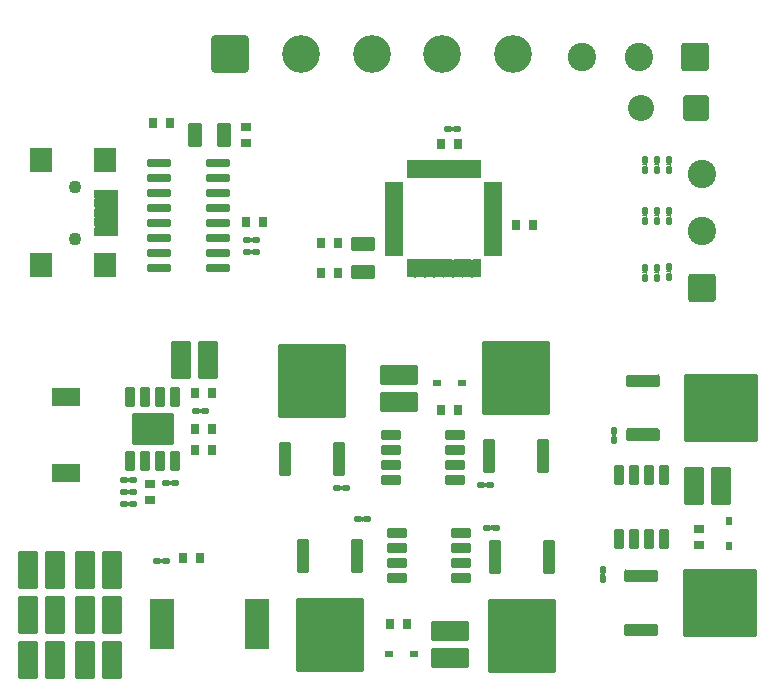
<source format=gbr>
%TF.GenerationSoftware,KiCad,Pcbnew,(6.0.10)*%
%TF.CreationDate,2023-01-31T23:24:51+03:00*%
%TF.ProjectId,001_ESC,3030315f-4553-4432-9e6b-696361645f70,rev?*%
%TF.SameCoordinates,Original*%
%TF.FileFunction,Soldermask,Top*%
%TF.FilePolarity,Negative*%
%FSLAX46Y46*%
G04 Gerber Fmt 4.6, Leading zero omitted, Abs format (unit mm)*
G04 Created by KiCad (PCBNEW (6.0.10)) date 2023-01-31 23:24:51*
%MOMM*%
%LPD*%
G01*
G04 APERTURE LIST*
G04 Aperture macros list*
%AMRoundRect*
0 Rectangle with rounded corners*
0 $1 Rounding radius*
0 $2 $3 $4 $5 $6 $7 $8 $9 X,Y pos of 4 corners*
0 Add a 4 corners polygon primitive as box body*
4,1,4,$2,$3,$4,$5,$6,$7,$8,$9,$2,$3,0*
0 Add four circle primitives for the rounded corners*
1,1,$1+$1,$2,$3*
1,1,$1+$1,$4,$5*
1,1,$1+$1,$6,$7*
1,1,$1+$1,$8,$9*
0 Add four rect primitives between the rounded corners*
20,1,$1+$1,$2,$3,$4,$5,0*
20,1,$1+$1,$4,$5,$6,$7,0*
20,1,$1+$1,$6,$7,$8,$9,0*
20,1,$1+$1,$8,$9,$2,$3,0*%
G04 Aperture macros list end*
%ADD10RoundRect,0.167200X-1.298600X-0.368600X1.298600X-0.368600X1.298600X0.368600X-1.298600X0.368600X0*%
%ADD11RoundRect,0.050800X-3.050000X-2.815000X3.050000X-2.815000X3.050000X2.815000X-3.050000X2.815000X0*%
%ADD12RoundRect,0.167200X-0.368600X1.298600X-0.368600X-1.298600X0.368600X-1.298600X0.368600X1.298600X0*%
%ADD13RoundRect,0.050800X-2.815000X3.050000X-2.815000X-3.050000X2.815000X-3.050000X2.815000X3.050000X0*%
%ADD14RoundRect,0.167200X0.368600X-1.298600X0.368600X1.298600X-0.368600X1.298600X-0.368600X-1.298600X0*%
%ADD15RoundRect,0.050800X2.815000X-3.050000X2.815000X3.050000X-2.815000X3.050000X-2.815000X-3.050000X0*%
%ADD16RoundRect,0.200800X0.825000X0.150000X-0.825000X0.150000X-0.825000X-0.150000X0.825000X-0.150000X0*%
%ADD17RoundRect,0.050800X0.760000X1.525000X-0.760000X1.525000X-0.760000X-1.525000X0.760000X-1.525000X0*%
%ADD18RoundRect,0.150800X-0.100000X0.217500X-0.100000X-0.217500X0.100000X-0.217500X0.100000X0.217500X0*%
%ADD19RoundRect,0.050800X0.300000X0.400000X-0.300000X0.400000X-0.300000X-0.400000X0.300000X-0.400000X0*%
%ADD20RoundRect,0.050800X-0.300000X-0.400000X0.300000X-0.400000X0.300000X0.400000X-0.300000X0.400000X0*%
%ADD21RoundRect,0.050800X1.525000X-0.760000X1.525000X0.760000X-1.525000X0.760000X-1.525000X-0.760000X0*%
%ADD22RoundRect,0.300801X0.899999X0.899999X-0.899999X0.899999X-0.899999X-0.899999X0.899999X-0.899999X0*%
%ADD23C,2.401600*%
%ADD24RoundRect,0.050800X-0.350000X-0.762500X0.350000X-0.762500X0.350000X0.762500X-0.350000X0.762500X0*%
%ADD25RoundRect,0.050800X-1.000000X-2.100000X1.000000X-2.100000X1.000000X2.100000X-1.000000X2.100000X0*%
%ADD26RoundRect,0.050800X-0.300000X-0.225000X0.300000X-0.225000X0.300000X0.225000X-0.300000X0.225000X0*%
%ADD27RoundRect,0.050800X-0.750000X-0.275000X0.750000X-0.275000X0.750000X0.275000X-0.750000X0.275000X0*%
%ADD28RoundRect,0.050800X-0.275000X-0.750000X0.275000X-0.750000X0.275000X0.750000X-0.275000X0.750000X0*%
%ADD29RoundRect,0.050800X0.225000X-0.300000X0.225000X0.300000X-0.225000X0.300000X-0.225000X-0.300000X0*%
%ADD30RoundRect,0.150800X0.217500X0.100000X-0.217500X0.100000X-0.217500X-0.100000X0.217500X-0.100000X0*%
%ADD31RoundRect,0.050800X-0.760000X-1.525000X0.760000X-1.525000X0.760000X1.525000X-0.760000X1.525000X0*%
%ADD32RoundRect,0.150800X-0.217500X-0.100000X0.217500X-0.100000X0.217500X0.100000X-0.217500X0.100000X0*%
%ADD33RoundRect,0.150800X0.100000X-0.217500X0.100000X0.217500X-0.100000X0.217500X-0.100000X-0.217500X0*%
%ADD34RoundRect,0.050800X0.762500X-0.350000X0.762500X0.350000X-0.762500X0.350000X-0.762500X-0.350000X0*%
%ADD35C,1.101600*%
%ADD36RoundRect,0.050800X-1.000000X0.250000X-1.000000X-0.250000X1.000000X-0.250000X1.000000X0.250000X0*%
%ADD37RoundRect,0.050800X-0.850000X1.000000X-0.850000X-1.000000X0.850000X-1.000000X0.850000X1.000000X0*%
%ADD38RoundRect,0.050800X-0.950000X0.550000X-0.950000X-0.550000X0.950000X-0.550000X0.950000X0.550000X0*%
%ADD39RoundRect,0.050800X0.400000X-0.300000X0.400000X0.300000X-0.400000X0.300000X-0.400000X-0.300000X0*%
%ADD40RoundRect,0.050800X-1.525000X0.760000X-1.525000X-0.760000X1.525000X-0.760000X1.525000X0.760000X0*%
%ADD41RoundRect,0.050800X-0.762500X0.350000X-0.762500X-0.350000X0.762500X-0.350000X0.762500X0.350000X0*%
%ADD42RoundRect,0.050800X-1.725000X1.280000X-1.725000X-1.280000X1.725000X-1.280000X1.725000X1.280000X0*%
%ADD43RoundRect,0.050800X-0.550000X-0.950000X0.550000X-0.950000X0.550000X0.950000X-0.550000X0.950000X0*%
%ADD44RoundRect,0.050800X0.300000X0.225000X-0.300000X0.225000X-0.300000X-0.225000X0.300000X-0.225000X0*%
%ADD45RoundRect,0.300801X0.799999X0.799999X-0.799999X0.799999X-0.799999X-0.799999X0.799999X-0.799999X0*%
%ADD46C,2.201600*%
%ADD47RoundRect,0.050800X-0.400000X0.300000X-0.400000X-0.300000X0.400000X-0.300000X0.400000X0.300000X0*%
%ADD48RoundRect,0.300801X0.899999X-0.899999X0.899999X0.899999X-0.899999X0.899999X-0.899999X-0.899999X0*%
%ADD49RoundRect,0.050800X1.100000X-0.750000X1.100000X0.750000X-1.100000X0.750000X-1.100000X-0.750000X0*%
%ADD50RoundRect,0.300799X-1.300001X-1.300001X1.300001X-1.300001X1.300001X1.300001X-1.300001X1.300001X0*%
%ADD51C,3.201600*%
G04 APERTURE END LIST*
D10*
%TO.C,Q6*%
X165562000Y-119122000D03*
X165562000Y-123702000D03*
D11*
X172212000Y-121412000D03*
%TD*%
D10*
%TO.C,Q5*%
X165692000Y-102608000D03*
X165692000Y-107188000D03*
D11*
X172342000Y-104898000D03*
%TD*%
D12*
%TO.C,Q4*%
X141482000Y-117462000D03*
X136902000Y-117462000D03*
D13*
X139192000Y-124112000D03*
%TD*%
D12*
%TO.C,Q3*%
X157738000Y-117556000D03*
X153158000Y-117556000D03*
D13*
X155448000Y-124206000D03*
%TD*%
D14*
%TO.C,Q2*%
X152650000Y-109012000D03*
X157230000Y-109012000D03*
D15*
X154940000Y-102362000D03*
%TD*%
D14*
%TO.C,Q1*%
X135378000Y-109266000D03*
X139958000Y-109266000D03*
D15*
X137668000Y-102616000D03*
%TD*%
D16*
%TO.C,U1*%
X129729000Y-93091000D03*
X129729000Y-91821000D03*
X129729000Y-90551000D03*
X129729000Y-89281000D03*
X129729000Y-88011000D03*
X129729000Y-86741000D03*
X129729000Y-85471000D03*
X129729000Y-84201000D03*
X124779000Y-84201000D03*
X124779000Y-85471000D03*
X124779000Y-86741000D03*
X124779000Y-88011000D03*
X124779000Y-89281000D03*
X124779000Y-90551000D03*
X124779000Y-91821000D03*
X124779000Y-93091000D03*
%TD*%
D17*
%TO.C,C8*%
X115953000Y-126238000D03*
X113663000Y-126238000D03*
%TD*%
D18*
%TO.C,R11*%
X165862000Y-88238500D03*
X165862000Y-89053500D03*
%TD*%
D19*
%TO.C,C14*%
X156402000Y-89408000D03*
X155002000Y-89408000D03*
%TD*%
D20*
%TO.C,C13*%
X138492000Y-93472000D03*
X139892000Y-93472000D03*
%TD*%
D21*
%TO.C,C16*%
X145034000Y-104445000D03*
X145034000Y-102155000D03*
%TD*%
D22*
%TO.C,J3*%
X170154000Y-75184000D03*
D23*
X165354000Y-75184000D03*
X160554000Y-75184000D03*
%TD*%
D24*
%TO.C,IC4*%
X167467000Y-110568000D03*
X166197000Y-110568000D03*
X164927000Y-110568000D03*
X163657000Y-110568000D03*
X163657000Y-115992000D03*
X164927000Y-115992000D03*
X166197000Y-115992000D03*
X167467000Y-115992000D03*
%TD*%
D25*
%TO.C,BZ1*%
X125032000Y-123190000D03*
X133032000Y-123190000D03*
%TD*%
D18*
%TO.C,R12*%
X165862000Y-93064500D03*
X165862000Y-93879500D03*
%TD*%
D20*
%TO.C,C12*%
X148652000Y-82550000D03*
X150052000Y-82550000D03*
%TD*%
D26*
%TO.C,D4*%
X144238000Y-125730000D03*
X146338000Y-125730000D03*
%TD*%
D27*
%TO.C,U2*%
X144644000Y-86100000D03*
X144644000Y-86900000D03*
X144644000Y-87700000D03*
X144644000Y-88500000D03*
X144644000Y-89300000D03*
X144644000Y-90100000D03*
X144644000Y-90900000D03*
X144644000Y-91700000D03*
D28*
X146044000Y-93100000D03*
X146844000Y-93100000D03*
X147644000Y-93100000D03*
X148444000Y-93100000D03*
X149244000Y-93100000D03*
X150044000Y-93100000D03*
X150844000Y-93100000D03*
X151644000Y-93100000D03*
D27*
X153044000Y-91700000D03*
X153044000Y-90900000D03*
X153044000Y-90100000D03*
X153044000Y-89300000D03*
X153044000Y-88500000D03*
X153044000Y-87700000D03*
X153044000Y-86900000D03*
X153044000Y-86100000D03*
D28*
X151644000Y-84700000D03*
X150844000Y-84700000D03*
X150044000Y-84700000D03*
X149244000Y-84700000D03*
X148444000Y-84700000D03*
X147644000Y-84700000D03*
X146844000Y-84700000D03*
X146044000Y-84700000D03*
%TD*%
D29*
%TO.C,D5*%
X173020000Y-116586000D03*
X173020000Y-114486000D03*
%TD*%
D30*
%TO.C,R8*%
X132995500Y-90678000D03*
X132180500Y-90678000D03*
%TD*%
D20*
%TO.C,C18*%
X144334000Y-123190000D03*
X145734000Y-123190000D03*
%TD*%
D30*
%TO.C,R16*%
X140615500Y-111682000D03*
X139800500Y-111682000D03*
%TD*%
D31*
%TO.C,C20*%
X170005000Y-111502000D03*
X172295000Y-111502000D03*
%TD*%
%TO.C,C6*%
X118489000Y-122428000D03*
X120779000Y-122428000D03*
%TD*%
D32*
%TO.C,R4*%
X121766500Y-110998000D03*
X122581500Y-110998000D03*
%TD*%
D17*
%TO.C,C10*%
X115953000Y-118618000D03*
X113663000Y-118618000D03*
%TD*%
D18*
%TO.C,R10*%
X165862000Y-83920500D03*
X165862000Y-84735500D03*
%TD*%
D31*
%TO.C,C2*%
X126617000Y-100838000D03*
X128907000Y-100838000D03*
%TD*%
D33*
%TO.C,R13*%
X166878000Y-84735500D03*
X166878000Y-83920500D03*
%TD*%
%TO.C,R18*%
X167894000Y-84735500D03*
X167894000Y-83920500D03*
%TD*%
D34*
%TO.C,IC2*%
X144354000Y-107237000D03*
X144354000Y-108507000D03*
X144354000Y-109777000D03*
X144354000Y-111047000D03*
X149778000Y-111047000D03*
X149778000Y-109777000D03*
X149778000Y-108507000D03*
X149778000Y-107237000D03*
%TD*%
D32*
%TO.C,R22*%
X141578500Y-114347000D03*
X142393500Y-114347000D03*
%TD*%
D35*
%TO.C,J1*%
X117602000Y-86192000D03*
X117602000Y-90592000D03*
D36*
X120302000Y-86792000D03*
X120302000Y-87592000D03*
X120302000Y-88392000D03*
X120302000Y-89192000D03*
X120302000Y-89992000D03*
D37*
X114752000Y-83942000D03*
X120202000Y-92842000D03*
X114752000Y-92842000D03*
X120202000Y-83942000D03*
%TD*%
D32*
%TO.C,R21*%
X152500500Y-115046000D03*
X153315500Y-115046000D03*
%TD*%
D33*
%TO.C,R14*%
X166878000Y-89053500D03*
X166878000Y-88238500D03*
%TD*%
D17*
%TO.C,C9*%
X115953000Y-122428000D03*
X113663000Y-122428000D03*
%TD*%
D20*
%TO.C,D1*%
X127824000Y-106680000D03*
X129224000Y-106680000D03*
%TD*%
D31*
%TO.C,C5*%
X118489000Y-126238000D03*
X120779000Y-126238000D03*
%TD*%
D33*
%TO.C,R23*%
X163276000Y-107667000D03*
X163276000Y-106852000D03*
%TD*%
D38*
%TO.C,XTAL1*%
X141986000Y-90997000D03*
X141986000Y-93407000D03*
%TD*%
D32*
%TO.C,R9*%
X124560500Y-117856000D03*
X125375500Y-117856000D03*
%TD*%
D39*
%TO.C,C21*%
X170434000Y-116520000D03*
X170434000Y-115120000D03*
%TD*%
D31*
%TO.C,C7*%
X118489000Y-118618000D03*
X120779000Y-118618000D03*
%TD*%
D20*
%TO.C,C11*%
X138492000Y-90932000D03*
X139892000Y-90932000D03*
%TD*%
%TO.C,D2*%
X126808000Y-117602000D03*
X128208000Y-117602000D03*
%TD*%
D18*
%TO.C,R24*%
X162306000Y-118618000D03*
X162306000Y-119433000D03*
%TD*%
D32*
%TO.C,R3*%
X121766500Y-112014000D03*
X122581500Y-112014000D03*
%TD*%
D20*
%TO.C,C1*%
X127824000Y-103632000D03*
X129224000Y-103632000D03*
%TD*%
D40*
%TO.C,C19*%
X149352000Y-123823000D03*
X149352000Y-126113000D03*
%TD*%
D33*
%TO.C,R19*%
X167894000Y-89053500D03*
X167894000Y-88238500D03*
%TD*%
D41*
%TO.C,IC3*%
X150286000Y-119315000D03*
X150286000Y-118045000D03*
X150286000Y-116775000D03*
X150286000Y-115505000D03*
X144862000Y-115505000D03*
X144862000Y-116775000D03*
X144862000Y-118045000D03*
X144862000Y-119315000D03*
%TD*%
D24*
%TO.C,IC1*%
X126111000Y-103968000D03*
X124841000Y-103968000D03*
X123571000Y-103968000D03*
X122301000Y-103968000D03*
X122301000Y-109392000D03*
X123571000Y-109392000D03*
X124841000Y-109392000D03*
X126111000Y-109392000D03*
D42*
X124206000Y-106680000D03*
%TD*%
D20*
%TO.C,C3*%
X127824000Y-108458000D03*
X129224000Y-108458000D03*
%TD*%
D32*
%TO.C,R6*%
X149198500Y-81280000D03*
X150013500Y-81280000D03*
%TD*%
D43*
%TO.C,XTAL2*%
X127827000Y-81788000D03*
X130237000Y-81788000D03*
%TD*%
D19*
%TO.C,C17*%
X150052000Y-105078000D03*
X148652000Y-105078000D03*
%TD*%
D44*
%TO.C,D3*%
X150402000Y-102792000D03*
X148302000Y-102792000D03*
%TD*%
D33*
%TO.C,R20*%
X167894000Y-93804000D03*
X167894000Y-92989000D03*
%TD*%
D39*
%TO.C,C23*%
X132080000Y-82488000D03*
X132080000Y-81088000D03*
%TD*%
D32*
%TO.C,R1*%
X125322500Y-111252000D03*
X126137500Y-111252000D03*
%TD*%
D30*
%TO.C,R7*%
X132995500Y-91694000D03*
X132180500Y-91694000D03*
%TD*%
D45*
%TO.C,J5*%
X170194000Y-79502000D03*
D46*
X165594000Y-79502000D03*
%TD*%
D47*
%TO.C,C4*%
X123952000Y-111314000D03*
X123952000Y-112714000D03*
%TD*%
D33*
%TO.C,R15*%
X166878000Y-93879500D03*
X166878000Y-93064500D03*
%TD*%
D32*
%TO.C,R2*%
X121766500Y-113030000D03*
X122581500Y-113030000D03*
%TD*%
%TO.C,R5*%
X127862500Y-105156000D03*
X128677500Y-105156000D03*
%TD*%
D30*
%TO.C,R17*%
X152807500Y-111428000D03*
X151992500Y-111428000D03*
%TD*%
D20*
%TO.C,C22*%
X124268000Y-80772000D03*
X125668000Y-80772000D03*
%TD*%
D48*
%TO.C,J4*%
X170688000Y-94716000D03*
D23*
X170688000Y-89916000D03*
X170688000Y-85116000D03*
%TD*%
D49*
%TO.C,L1*%
X116840000Y-110388000D03*
X116840000Y-103988000D03*
%TD*%
D19*
%TO.C,C15*%
X133542000Y-89154000D03*
X132142000Y-89154000D03*
%TD*%
D50*
%TO.C,J2*%
X130748000Y-74930000D03*
D51*
X136748000Y-74930000D03*
X142748000Y-74930000D03*
X148748000Y-74930000D03*
X154748000Y-74930000D03*
%TD*%
G36*
X166913133Y-124229606D02*
G01*
X166913523Y-124231568D01*
X166912441Y-124232753D01*
X166896963Y-124239628D01*
X166896151Y-124239800D01*
X164228001Y-124239800D01*
X164227192Y-124239629D01*
X164211707Y-124232783D01*
X164210528Y-124231168D01*
X164211336Y-124229339D01*
X164212906Y-124228992D01*
X164247130Y-124235800D01*
X166876869Y-124235799D01*
X166911239Y-124228963D01*
X166913133Y-124229606D01*
G37*
G36*
X166896808Y-123164371D02*
G01*
X166912293Y-123171217D01*
X166913472Y-123172832D01*
X166912664Y-123174661D01*
X166911094Y-123175008D01*
X166876870Y-123168200D01*
X164247131Y-123168201D01*
X164212761Y-123175037D01*
X164210867Y-123174394D01*
X164210477Y-123172432D01*
X164211559Y-123171247D01*
X164227037Y-123164372D01*
X164227849Y-123164200D01*
X166895999Y-123164200D01*
X166896808Y-123164371D01*
G37*
G36*
X166913133Y-119649606D02*
G01*
X166913523Y-119651568D01*
X166912441Y-119652753D01*
X166896963Y-119659628D01*
X166896151Y-119659800D01*
X164228001Y-119659800D01*
X164227192Y-119659629D01*
X164211707Y-119652783D01*
X164210528Y-119651168D01*
X164211336Y-119649339D01*
X164212906Y-119648992D01*
X164247130Y-119655800D01*
X166876869Y-119655799D01*
X166911239Y-119648963D01*
X166913133Y-119649606D01*
G37*
G36*
X162105699Y-118943957D02*
G01*
X162149070Y-118972936D01*
X162206199Y-118984300D01*
X162405801Y-118984300D01*
X162462930Y-118972936D01*
X162506301Y-118943957D01*
X162508297Y-118943826D01*
X162509408Y-118945489D01*
X162509075Y-118946731D01*
X162502264Y-118956925D01*
X162481484Y-119023289D01*
X162502273Y-119094089D01*
X162509075Y-119104269D01*
X162509206Y-119106265D01*
X162507543Y-119107376D01*
X162506301Y-119107043D01*
X162462930Y-119078064D01*
X162405801Y-119066700D01*
X162206199Y-119066700D01*
X162149070Y-119078064D01*
X162105699Y-119107043D01*
X162103703Y-119107174D01*
X162102592Y-119105511D01*
X162102925Y-119104269D01*
X162109736Y-119094075D01*
X162130516Y-119027711D01*
X162109727Y-118956911D01*
X162102925Y-118946731D01*
X162102794Y-118944735D01*
X162104457Y-118943624D01*
X162105699Y-118943957D01*
G37*
G36*
X166896808Y-118584371D02*
G01*
X166912293Y-118591217D01*
X166913472Y-118592832D01*
X166912664Y-118594661D01*
X166911094Y-118595008D01*
X166876870Y-118588200D01*
X164247131Y-118588201D01*
X164212761Y-118595037D01*
X164210867Y-118594394D01*
X164210477Y-118592432D01*
X164211559Y-118591247D01*
X164227037Y-118584372D01*
X164227849Y-118584200D01*
X166895999Y-118584200D01*
X166896808Y-118584371D01*
G37*
G36*
X124889231Y-117652925D02*
G01*
X124899425Y-117659736D01*
X124965789Y-117680516D01*
X125036589Y-117659727D01*
X125046769Y-117652925D01*
X125048765Y-117652794D01*
X125049876Y-117654457D01*
X125049543Y-117655699D01*
X125020564Y-117699070D01*
X125009200Y-117756199D01*
X125009200Y-117955801D01*
X125020564Y-118012930D01*
X125049543Y-118056301D01*
X125049674Y-118058297D01*
X125048011Y-118059408D01*
X125046769Y-118059075D01*
X125036575Y-118052264D01*
X124970211Y-118031484D01*
X124899411Y-118052273D01*
X124889231Y-118059075D01*
X124887235Y-118059206D01*
X124886124Y-118057543D01*
X124886457Y-118056301D01*
X124915436Y-118012930D01*
X124926800Y-117955801D01*
X124926800Y-117756199D01*
X124915436Y-117699070D01*
X124886457Y-117655699D01*
X124886326Y-117653703D01*
X124887989Y-117652592D01*
X124889231Y-117652925D01*
G37*
G36*
X152829231Y-114842925D02*
G01*
X152839425Y-114849736D01*
X152905789Y-114870516D01*
X152976589Y-114849727D01*
X152986769Y-114842925D01*
X152988765Y-114842794D01*
X152989876Y-114844457D01*
X152989543Y-114845699D01*
X152960564Y-114889070D01*
X152949200Y-114946199D01*
X152949200Y-115145801D01*
X152960564Y-115202930D01*
X152989543Y-115246301D01*
X152989674Y-115248297D01*
X152988011Y-115249408D01*
X152986769Y-115249075D01*
X152976575Y-115242264D01*
X152910211Y-115221484D01*
X152839411Y-115242273D01*
X152829231Y-115249075D01*
X152827235Y-115249206D01*
X152826124Y-115247543D01*
X152826457Y-115246301D01*
X152855436Y-115202930D01*
X152866800Y-115145801D01*
X152866800Y-114946199D01*
X152855436Y-114889070D01*
X152826457Y-114845699D01*
X152826326Y-114843703D01*
X152827989Y-114842592D01*
X152829231Y-114842925D01*
G37*
G36*
X141907231Y-114143925D02*
G01*
X141917425Y-114150736D01*
X141983789Y-114171516D01*
X142054589Y-114150727D01*
X142064769Y-114143925D01*
X142066765Y-114143794D01*
X142067876Y-114145457D01*
X142067543Y-114146699D01*
X142038564Y-114190070D01*
X142027200Y-114247199D01*
X142027200Y-114446801D01*
X142038564Y-114503930D01*
X142067543Y-114547301D01*
X142067674Y-114549297D01*
X142066011Y-114550408D01*
X142064769Y-114550075D01*
X142054575Y-114543264D01*
X141988211Y-114522484D01*
X141917411Y-114543273D01*
X141907231Y-114550075D01*
X141905235Y-114550206D01*
X141904124Y-114548543D01*
X141904457Y-114547301D01*
X141933436Y-114503930D01*
X141944800Y-114446801D01*
X141944800Y-114247199D01*
X141933436Y-114190070D01*
X141904457Y-114146699D01*
X141904326Y-114144703D01*
X141905989Y-114143592D01*
X141907231Y-114143925D01*
G37*
G36*
X122095231Y-112826925D02*
G01*
X122105425Y-112833736D01*
X122171789Y-112854516D01*
X122242589Y-112833727D01*
X122252769Y-112826925D01*
X122254765Y-112826794D01*
X122255876Y-112828457D01*
X122255543Y-112829699D01*
X122226564Y-112873070D01*
X122215200Y-112930199D01*
X122215200Y-113129801D01*
X122226564Y-113186930D01*
X122255543Y-113230301D01*
X122255674Y-113232297D01*
X122254011Y-113233408D01*
X122252769Y-113233075D01*
X122242575Y-113226264D01*
X122176211Y-113205484D01*
X122105411Y-113226273D01*
X122095231Y-113233075D01*
X122093235Y-113233206D01*
X122092124Y-113231543D01*
X122092457Y-113230301D01*
X122121436Y-113186930D01*
X122132800Y-113129801D01*
X122132800Y-112930199D01*
X122121436Y-112873070D01*
X122092457Y-112829699D01*
X122092326Y-112827703D01*
X122093989Y-112826592D01*
X122095231Y-112826925D01*
G37*
G36*
X122095231Y-111810925D02*
G01*
X122105425Y-111817736D01*
X122171789Y-111838516D01*
X122242589Y-111817727D01*
X122252769Y-111810925D01*
X122254765Y-111810794D01*
X122255876Y-111812457D01*
X122255543Y-111813699D01*
X122226564Y-111857070D01*
X122215200Y-111914199D01*
X122215200Y-112113801D01*
X122226564Y-112170930D01*
X122255543Y-112214301D01*
X122255674Y-112216297D01*
X122254011Y-112217408D01*
X122252769Y-112217075D01*
X122242575Y-112210264D01*
X122176211Y-112189484D01*
X122105411Y-112210273D01*
X122095231Y-112217075D01*
X122093235Y-112217206D01*
X122092124Y-112215543D01*
X122092457Y-112214301D01*
X122121436Y-112170930D01*
X122132800Y-112113801D01*
X122132800Y-111914199D01*
X122121436Y-111857070D01*
X122092457Y-111813699D01*
X122092326Y-111811703D01*
X122093989Y-111810592D01*
X122095231Y-111810925D01*
G37*
G36*
X140129231Y-111478925D02*
G01*
X140139425Y-111485736D01*
X140205789Y-111506516D01*
X140276589Y-111485727D01*
X140286769Y-111478925D01*
X140288765Y-111478794D01*
X140289876Y-111480457D01*
X140289543Y-111481699D01*
X140260564Y-111525070D01*
X140249200Y-111582199D01*
X140249200Y-111781801D01*
X140260564Y-111838930D01*
X140289543Y-111882301D01*
X140289674Y-111884297D01*
X140288011Y-111885408D01*
X140286769Y-111885075D01*
X140276575Y-111878264D01*
X140210211Y-111857484D01*
X140139411Y-111878273D01*
X140129231Y-111885075D01*
X140127235Y-111885206D01*
X140126124Y-111883543D01*
X140126457Y-111882301D01*
X140155436Y-111838930D01*
X140166800Y-111781801D01*
X140166800Y-111582199D01*
X140155436Y-111525070D01*
X140126457Y-111481699D01*
X140126326Y-111479703D01*
X140127989Y-111478592D01*
X140129231Y-111478925D01*
G37*
G36*
X152321231Y-111224925D02*
G01*
X152331425Y-111231736D01*
X152397789Y-111252516D01*
X152468589Y-111231727D01*
X152478769Y-111224925D01*
X152480765Y-111224794D01*
X152481876Y-111226457D01*
X152481543Y-111227699D01*
X152452564Y-111271070D01*
X152441200Y-111328199D01*
X152441200Y-111527801D01*
X152452564Y-111584930D01*
X152481543Y-111628301D01*
X152481674Y-111630297D01*
X152480011Y-111631408D01*
X152478769Y-111631075D01*
X152468575Y-111624264D01*
X152402211Y-111603484D01*
X152331411Y-111624273D01*
X152321231Y-111631075D01*
X152319235Y-111631206D01*
X152318124Y-111629543D01*
X152318457Y-111628301D01*
X152347436Y-111584930D01*
X152358800Y-111527801D01*
X152358800Y-111328199D01*
X152347436Y-111271070D01*
X152318457Y-111227699D01*
X152318326Y-111225703D01*
X152319989Y-111224592D01*
X152321231Y-111224925D01*
G37*
G36*
X125651231Y-111048925D02*
G01*
X125661425Y-111055736D01*
X125727789Y-111076516D01*
X125798589Y-111055727D01*
X125808769Y-111048925D01*
X125810765Y-111048794D01*
X125811876Y-111050457D01*
X125811543Y-111051699D01*
X125782564Y-111095070D01*
X125771200Y-111152199D01*
X125771200Y-111351801D01*
X125782564Y-111408930D01*
X125811543Y-111452301D01*
X125811674Y-111454297D01*
X125810011Y-111455408D01*
X125808769Y-111455075D01*
X125798575Y-111448264D01*
X125732211Y-111427484D01*
X125661411Y-111448273D01*
X125651231Y-111455075D01*
X125649235Y-111455206D01*
X125648124Y-111453543D01*
X125648457Y-111452301D01*
X125677436Y-111408930D01*
X125688800Y-111351801D01*
X125688800Y-111152199D01*
X125677436Y-111095070D01*
X125648457Y-111051699D01*
X125648326Y-111049703D01*
X125649989Y-111048592D01*
X125651231Y-111048925D01*
G37*
G36*
X122095231Y-110794925D02*
G01*
X122105425Y-110801736D01*
X122171789Y-110822516D01*
X122242589Y-110801727D01*
X122252769Y-110794925D01*
X122254765Y-110794794D01*
X122255876Y-110796457D01*
X122255543Y-110797699D01*
X122226564Y-110841070D01*
X122215200Y-110898199D01*
X122215200Y-111097801D01*
X122226564Y-111154930D01*
X122255543Y-111198301D01*
X122255674Y-111200297D01*
X122254011Y-111201408D01*
X122252769Y-111201075D01*
X122242575Y-111194264D01*
X122176211Y-111173484D01*
X122105411Y-111194273D01*
X122095231Y-111201075D01*
X122093235Y-111201206D01*
X122092124Y-111199543D01*
X122092457Y-111198301D01*
X122121436Y-111154930D01*
X122132800Y-111097801D01*
X122132800Y-110898199D01*
X122121436Y-110841070D01*
X122092457Y-110797699D01*
X122092326Y-110795703D01*
X122093989Y-110794592D01*
X122095231Y-110794925D01*
G37*
G36*
X167043133Y-107715606D02*
G01*
X167043523Y-107717568D01*
X167042441Y-107718753D01*
X167026963Y-107725628D01*
X167026151Y-107725800D01*
X164358001Y-107725800D01*
X164357192Y-107725629D01*
X164341707Y-107718783D01*
X164340528Y-107717168D01*
X164341336Y-107715339D01*
X164342906Y-107714992D01*
X164377130Y-107721800D01*
X167006869Y-107721799D01*
X167041239Y-107714963D01*
X167043133Y-107715606D01*
G37*
G36*
X163075699Y-107177957D02*
G01*
X163119070Y-107206936D01*
X163176199Y-107218300D01*
X163375801Y-107218300D01*
X163432930Y-107206936D01*
X163476301Y-107177957D01*
X163478297Y-107177826D01*
X163479408Y-107179489D01*
X163479075Y-107180731D01*
X163472264Y-107190925D01*
X163451484Y-107257289D01*
X163472273Y-107328089D01*
X163479075Y-107338269D01*
X163479206Y-107340265D01*
X163477543Y-107341376D01*
X163476301Y-107341043D01*
X163432930Y-107312064D01*
X163375801Y-107300700D01*
X163176199Y-107300700D01*
X163119070Y-107312064D01*
X163075699Y-107341043D01*
X163073703Y-107341174D01*
X163072592Y-107339511D01*
X163072925Y-107338269D01*
X163079736Y-107328075D01*
X163100516Y-107261711D01*
X163079727Y-107190911D01*
X163072925Y-107180731D01*
X163072794Y-107178735D01*
X163074457Y-107177624D01*
X163075699Y-107177957D01*
G37*
G36*
X167026808Y-106650371D02*
G01*
X167042293Y-106657217D01*
X167043472Y-106658832D01*
X167042664Y-106660661D01*
X167041094Y-106661008D01*
X167006870Y-106654200D01*
X164377131Y-106654201D01*
X164342761Y-106661037D01*
X164340867Y-106660394D01*
X164340477Y-106658432D01*
X164341559Y-106657247D01*
X164357037Y-106650372D01*
X164357849Y-106650200D01*
X167025999Y-106650200D01*
X167026808Y-106650371D01*
G37*
G36*
X128191231Y-104952925D02*
G01*
X128201425Y-104959736D01*
X128267789Y-104980516D01*
X128338589Y-104959727D01*
X128348769Y-104952925D01*
X128350765Y-104952794D01*
X128351876Y-104954457D01*
X128351543Y-104955699D01*
X128322564Y-104999070D01*
X128311200Y-105056199D01*
X128311200Y-105255801D01*
X128322564Y-105312930D01*
X128351543Y-105356301D01*
X128351674Y-105358297D01*
X128350011Y-105359408D01*
X128348769Y-105359075D01*
X128338575Y-105352264D01*
X128272211Y-105331484D01*
X128201411Y-105352273D01*
X128191231Y-105359075D01*
X128189235Y-105359206D01*
X128188124Y-105357543D01*
X128188457Y-105356301D01*
X128217436Y-105312930D01*
X128228800Y-105255801D01*
X128228800Y-105056199D01*
X128217436Y-104999070D01*
X128188457Y-104955699D01*
X128188326Y-104953703D01*
X128189989Y-104952592D01*
X128191231Y-104952925D01*
G37*
G36*
X167043133Y-103135606D02*
G01*
X167043523Y-103137568D01*
X167042441Y-103138753D01*
X167026963Y-103145628D01*
X167026151Y-103145800D01*
X164358001Y-103145800D01*
X164357192Y-103145629D01*
X164341707Y-103138783D01*
X164340528Y-103137168D01*
X164341336Y-103135339D01*
X164342906Y-103134992D01*
X164377130Y-103141800D01*
X167006869Y-103141799D01*
X167041239Y-103134963D01*
X167043133Y-103135606D01*
G37*
G36*
X167026808Y-102070371D02*
G01*
X167042293Y-102077217D01*
X167043472Y-102078832D01*
X167042664Y-102080661D01*
X167041094Y-102081008D01*
X167006870Y-102074200D01*
X164377131Y-102074201D01*
X164342761Y-102081037D01*
X164340867Y-102080394D01*
X164340477Y-102078432D01*
X164341559Y-102077247D01*
X164357037Y-102070372D01*
X164357849Y-102070200D01*
X167025999Y-102070200D01*
X167026808Y-102070371D01*
G37*
G36*
X150359519Y-92317635D02*
G01*
X150373312Y-92326851D01*
X150374435Y-92325171D01*
X150376229Y-92324286D01*
X150377380Y-92324747D01*
X150394951Y-92339429D01*
X150463669Y-92348056D01*
X150511500Y-92325168D01*
X150513494Y-92325322D01*
X150514026Y-92325861D01*
X150514688Y-92326851D01*
X150528481Y-92317634D01*
X150530477Y-92317503D01*
X150531588Y-92319166D01*
X150531255Y-92320408D01*
X150523952Y-92331339D01*
X150520200Y-92350199D01*
X150520200Y-93849801D01*
X150523952Y-93868661D01*
X150531255Y-93879591D01*
X150531386Y-93881587D01*
X150529723Y-93882698D01*
X150528481Y-93882365D01*
X150514688Y-93873149D01*
X150513565Y-93874829D01*
X150511771Y-93875714D01*
X150510620Y-93875253D01*
X150493049Y-93860571D01*
X150424331Y-93851944D01*
X150376500Y-93874832D01*
X150374506Y-93874678D01*
X150373974Y-93874139D01*
X150373312Y-93873149D01*
X150359519Y-93882366D01*
X150357523Y-93882497D01*
X150356412Y-93880834D01*
X150356745Y-93879592D01*
X150364048Y-93868661D01*
X150367800Y-93849801D01*
X150367800Y-92350199D01*
X150364048Y-92331339D01*
X150356745Y-92320409D01*
X150356614Y-92318413D01*
X150358277Y-92317302D01*
X150359519Y-92317635D01*
G37*
G36*
X147159519Y-92317635D02*
G01*
X147173312Y-92326851D01*
X147174435Y-92325171D01*
X147176229Y-92324286D01*
X147177380Y-92324747D01*
X147194951Y-92339429D01*
X147263669Y-92348056D01*
X147311500Y-92325168D01*
X147313494Y-92325322D01*
X147314026Y-92325861D01*
X147314688Y-92326851D01*
X147328481Y-92317634D01*
X147330477Y-92317503D01*
X147331588Y-92319166D01*
X147331255Y-92320408D01*
X147323952Y-92331339D01*
X147320200Y-92350199D01*
X147320200Y-93849801D01*
X147323952Y-93868661D01*
X147331255Y-93879591D01*
X147331386Y-93881587D01*
X147329723Y-93882698D01*
X147328481Y-93882365D01*
X147314688Y-93873149D01*
X147313565Y-93874829D01*
X147311771Y-93875714D01*
X147310620Y-93875253D01*
X147293049Y-93860571D01*
X147224331Y-93851944D01*
X147176500Y-93874832D01*
X147174506Y-93874678D01*
X147173974Y-93874139D01*
X147173312Y-93873149D01*
X147159519Y-93882366D01*
X147157523Y-93882497D01*
X147156412Y-93880834D01*
X147156745Y-93879592D01*
X147164048Y-93868661D01*
X147167800Y-93849801D01*
X147167800Y-92350199D01*
X147164048Y-92331339D01*
X147156745Y-92320409D01*
X147156614Y-92318413D01*
X147158277Y-92317302D01*
X147159519Y-92317635D01*
G37*
G36*
X147959519Y-92317635D02*
G01*
X147973312Y-92326851D01*
X147974435Y-92325171D01*
X147976229Y-92324286D01*
X147977380Y-92324747D01*
X147994951Y-92339429D01*
X148063669Y-92348056D01*
X148111500Y-92325168D01*
X148113494Y-92325322D01*
X148114026Y-92325861D01*
X148114688Y-92326851D01*
X148128481Y-92317634D01*
X148130477Y-92317503D01*
X148131588Y-92319166D01*
X148131255Y-92320408D01*
X148123952Y-92331339D01*
X148120200Y-92350199D01*
X148120200Y-93849801D01*
X148123952Y-93868661D01*
X148131255Y-93879591D01*
X148131386Y-93881587D01*
X148129723Y-93882698D01*
X148128481Y-93882365D01*
X148114688Y-93873149D01*
X148113565Y-93874829D01*
X148111771Y-93875714D01*
X148110620Y-93875253D01*
X148093049Y-93860571D01*
X148024331Y-93851944D01*
X147976500Y-93874832D01*
X147974506Y-93874678D01*
X147973974Y-93874139D01*
X147973312Y-93873149D01*
X147959519Y-93882366D01*
X147957523Y-93882497D01*
X147956412Y-93880834D01*
X147956745Y-93879592D01*
X147964048Y-93868661D01*
X147967800Y-93849801D01*
X147967800Y-92350199D01*
X147964048Y-92331339D01*
X147956745Y-92320409D01*
X147956614Y-92318413D01*
X147958277Y-92317302D01*
X147959519Y-92317635D01*
G37*
G36*
X149559519Y-92317635D02*
G01*
X149573312Y-92326851D01*
X149574435Y-92325171D01*
X149576229Y-92324286D01*
X149577380Y-92324747D01*
X149594951Y-92339429D01*
X149663669Y-92348056D01*
X149711500Y-92325168D01*
X149713494Y-92325322D01*
X149714026Y-92325861D01*
X149714688Y-92326851D01*
X149728481Y-92317634D01*
X149730477Y-92317503D01*
X149731588Y-92319166D01*
X149731255Y-92320408D01*
X149723952Y-92331339D01*
X149720200Y-92350199D01*
X149720200Y-93849801D01*
X149723952Y-93868661D01*
X149731255Y-93879591D01*
X149731386Y-93881587D01*
X149729723Y-93882698D01*
X149728481Y-93882365D01*
X149714688Y-93873149D01*
X149713565Y-93874829D01*
X149711771Y-93875714D01*
X149710620Y-93875253D01*
X149693049Y-93860571D01*
X149624331Y-93851944D01*
X149576500Y-93874832D01*
X149574506Y-93874678D01*
X149573974Y-93874139D01*
X149573312Y-93873149D01*
X149559519Y-93882366D01*
X149557523Y-93882497D01*
X149556412Y-93880834D01*
X149556745Y-93879592D01*
X149564048Y-93868661D01*
X149567800Y-93849801D01*
X149567800Y-92350199D01*
X149564048Y-92331339D01*
X149556745Y-92320409D01*
X149556614Y-92318413D01*
X149558277Y-92317302D01*
X149559519Y-92317635D01*
G37*
G36*
X148759519Y-92317635D02*
G01*
X148773312Y-92326851D01*
X148774435Y-92325171D01*
X148776229Y-92324286D01*
X148777380Y-92324747D01*
X148794951Y-92339429D01*
X148863669Y-92348056D01*
X148911500Y-92325168D01*
X148913494Y-92325322D01*
X148914026Y-92325861D01*
X148914688Y-92326851D01*
X148928481Y-92317634D01*
X148930477Y-92317503D01*
X148931588Y-92319166D01*
X148931255Y-92320408D01*
X148923952Y-92331339D01*
X148920200Y-92350199D01*
X148920200Y-93849801D01*
X148923952Y-93868661D01*
X148931255Y-93879591D01*
X148931386Y-93881587D01*
X148929723Y-93882698D01*
X148928481Y-93882365D01*
X148914688Y-93873149D01*
X148913565Y-93874829D01*
X148911771Y-93875714D01*
X148910620Y-93875253D01*
X148893049Y-93860571D01*
X148824331Y-93851944D01*
X148776500Y-93874832D01*
X148774506Y-93874678D01*
X148773974Y-93874139D01*
X148773312Y-93873149D01*
X148759519Y-93882366D01*
X148757523Y-93882497D01*
X148756412Y-93880834D01*
X148756745Y-93879592D01*
X148764048Y-93868661D01*
X148767800Y-93849801D01*
X148767800Y-92350199D01*
X148764048Y-92331339D01*
X148756745Y-92320409D01*
X148756614Y-92318413D01*
X148758277Y-92317302D01*
X148759519Y-92317635D01*
G37*
G36*
X146359519Y-92317635D02*
G01*
X146373312Y-92326851D01*
X146374435Y-92325171D01*
X146376229Y-92324286D01*
X146377380Y-92324747D01*
X146394951Y-92339429D01*
X146463669Y-92348056D01*
X146511500Y-92325168D01*
X146513494Y-92325322D01*
X146514026Y-92325861D01*
X146514688Y-92326851D01*
X146528481Y-92317634D01*
X146530477Y-92317503D01*
X146531588Y-92319166D01*
X146531255Y-92320408D01*
X146523952Y-92331339D01*
X146520200Y-92350199D01*
X146520200Y-93849801D01*
X146523952Y-93868661D01*
X146531255Y-93879591D01*
X146531386Y-93881587D01*
X146529723Y-93882698D01*
X146528481Y-93882365D01*
X146514688Y-93873149D01*
X146513565Y-93874829D01*
X146511771Y-93875714D01*
X146510620Y-93875253D01*
X146493049Y-93860571D01*
X146424331Y-93851944D01*
X146376500Y-93874832D01*
X146374506Y-93874678D01*
X146373974Y-93874139D01*
X146373312Y-93873149D01*
X146359519Y-93882366D01*
X146357523Y-93882497D01*
X146356412Y-93880834D01*
X146356745Y-93879592D01*
X146364048Y-93868661D01*
X146367800Y-93849801D01*
X146367800Y-92350199D01*
X146364048Y-92331339D01*
X146356745Y-92320409D01*
X146356614Y-92318413D01*
X146358277Y-92317302D01*
X146359519Y-92317635D01*
G37*
G36*
X151159519Y-92317635D02*
G01*
X151173312Y-92326851D01*
X151174435Y-92325171D01*
X151176229Y-92324286D01*
X151177380Y-92324747D01*
X151194951Y-92339429D01*
X151263669Y-92348056D01*
X151311500Y-92325168D01*
X151313494Y-92325322D01*
X151314026Y-92325861D01*
X151314688Y-92326851D01*
X151328481Y-92317634D01*
X151330477Y-92317503D01*
X151331588Y-92319166D01*
X151331255Y-92320408D01*
X151323952Y-92331339D01*
X151320200Y-92350199D01*
X151320200Y-93849801D01*
X151323952Y-93868661D01*
X151331255Y-93879591D01*
X151331386Y-93881587D01*
X151329723Y-93882698D01*
X151328481Y-93882365D01*
X151314688Y-93873149D01*
X151313565Y-93874829D01*
X151311771Y-93875714D01*
X151310620Y-93875253D01*
X151293049Y-93860571D01*
X151224331Y-93851944D01*
X151176500Y-93874832D01*
X151174506Y-93874678D01*
X151173974Y-93874139D01*
X151173312Y-93873149D01*
X151159519Y-93882366D01*
X151157523Y-93882497D01*
X151156412Y-93880834D01*
X151156745Y-93879592D01*
X151164048Y-93868661D01*
X151167800Y-93849801D01*
X151167800Y-92350199D01*
X151164048Y-92331339D01*
X151156745Y-92320409D01*
X151156614Y-92318413D01*
X151158277Y-92317302D01*
X151159519Y-92317635D01*
G37*
G36*
X166677699Y-93390457D02*
G01*
X166721070Y-93419436D01*
X166778199Y-93430800D01*
X166977801Y-93430800D01*
X167034930Y-93419436D01*
X167078301Y-93390457D01*
X167080297Y-93390326D01*
X167081408Y-93391989D01*
X167081075Y-93393231D01*
X167074264Y-93403425D01*
X167053484Y-93469789D01*
X167074273Y-93540589D01*
X167081075Y-93550769D01*
X167081206Y-93552765D01*
X167079543Y-93553876D01*
X167078301Y-93553543D01*
X167034930Y-93524564D01*
X166977801Y-93513200D01*
X166778199Y-93513200D01*
X166721070Y-93524564D01*
X166677699Y-93553543D01*
X166675703Y-93553674D01*
X166674592Y-93552011D01*
X166674925Y-93550769D01*
X166681736Y-93540575D01*
X166702516Y-93474211D01*
X166681727Y-93403411D01*
X166674925Y-93393231D01*
X166674794Y-93391235D01*
X166676457Y-93390124D01*
X166677699Y-93390457D01*
G37*
G36*
X165661699Y-93390457D02*
G01*
X165705070Y-93419436D01*
X165762199Y-93430800D01*
X165961801Y-93430800D01*
X166018930Y-93419436D01*
X166062301Y-93390457D01*
X166064297Y-93390326D01*
X166065408Y-93391989D01*
X166065075Y-93393231D01*
X166058264Y-93403425D01*
X166037484Y-93469789D01*
X166058273Y-93540589D01*
X166065075Y-93550769D01*
X166065206Y-93552765D01*
X166063543Y-93553876D01*
X166062301Y-93553543D01*
X166018930Y-93524564D01*
X165961801Y-93513200D01*
X165762199Y-93513200D01*
X165705070Y-93524564D01*
X165661699Y-93553543D01*
X165659703Y-93553674D01*
X165658592Y-93552011D01*
X165658925Y-93550769D01*
X165665736Y-93540575D01*
X165686516Y-93474211D01*
X165665727Y-93403411D01*
X165658925Y-93393231D01*
X165658794Y-93391235D01*
X165660457Y-93390124D01*
X165661699Y-93390457D01*
G37*
G36*
X167693699Y-93314957D02*
G01*
X167737070Y-93343936D01*
X167794199Y-93355300D01*
X167993801Y-93355300D01*
X168050930Y-93343936D01*
X168094301Y-93314957D01*
X168096297Y-93314826D01*
X168097408Y-93316489D01*
X168097075Y-93317731D01*
X168090264Y-93327925D01*
X168069484Y-93394289D01*
X168090273Y-93465089D01*
X168097075Y-93475269D01*
X168097206Y-93477265D01*
X168095543Y-93478376D01*
X168094301Y-93478043D01*
X168050930Y-93449064D01*
X167993801Y-93437700D01*
X167794199Y-93437700D01*
X167737070Y-93449064D01*
X167693699Y-93478043D01*
X167691703Y-93478174D01*
X167690592Y-93476511D01*
X167690925Y-93475269D01*
X167697736Y-93465075D01*
X167718516Y-93398711D01*
X167697727Y-93327911D01*
X167690925Y-93317731D01*
X167690794Y-93315735D01*
X167692457Y-93314624D01*
X167693699Y-93314957D01*
G37*
G36*
X132509231Y-91490925D02*
G01*
X132519425Y-91497736D01*
X132585789Y-91518516D01*
X132656589Y-91497727D01*
X132666769Y-91490925D01*
X132668765Y-91490794D01*
X132669876Y-91492457D01*
X132669543Y-91493699D01*
X132640564Y-91537070D01*
X132629200Y-91594199D01*
X132629200Y-91793801D01*
X132640564Y-91850930D01*
X132669543Y-91894301D01*
X132669674Y-91896297D01*
X132668011Y-91897408D01*
X132666769Y-91897075D01*
X132656575Y-91890264D01*
X132590211Y-91869484D01*
X132519411Y-91890273D01*
X132509231Y-91897075D01*
X132507235Y-91897206D01*
X132506124Y-91895543D01*
X132506457Y-91894301D01*
X132535436Y-91850930D01*
X132546800Y-91793801D01*
X132546800Y-91594199D01*
X132535436Y-91537070D01*
X132506457Y-91493699D01*
X132506326Y-91491703D01*
X132507989Y-91490592D01*
X132509231Y-91490925D01*
G37*
G36*
X143864408Y-91212745D02*
G01*
X143875339Y-91220048D01*
X143894199Y-91223800D01*
X145393801Y-91223800D01*
X145412661Y-91220048D01*
X145423591Y-91212745D01*
X145425587Y-91212614D01*
X145426698Y-91214277D01*
X145426365Y-91215519D01*
X145417149Y-91229312D01*
X145418829Y-91230435D01*
X145419714Y-91232229D01*
X145419253Y-91233380D01*
X145404571Y-91250951D01*
X145395944Y-91319669D01*
X145418832Y-91367500D01*
X145418678Y-91369494D01*
X145418139Y-91370026D01*
X145417149Y-91370688D01*
X145426366Y-91384481D01*
X145426497Y-91386477D01*
X145424834Y-91387588D01*
X145423592Y-91387255D01*
X145412661Y-91379952D01*
X145393801Y-91376200D01*
X143894199Y-91376200D01*
X143875339Y-91379952D01*
X143864409Y-91387255D01*
X143862413Y-91387386D01*
X143861302Y-91385723D01*
X143861635Y-91384481D01*
X143870851Y-91370688D01*
X143869171Y-91369565D01*
X143868286Y-91367771D01*
X143868747Y-91366620D01*
X143883429Y-91349049D01*
X143892056Y-91280331D01*
X143869168Y-91232500D01*
X143869322Y-91230506D01*
X143869861Y-91229974D01*
X143870851Y-91229312D01*
X143861634Y-91215519D01*
X143861503Y-91213523D01*
X143863166Y-91212412D01*
X143864408Y-91212745D01*
G37*
G36*
X152264408Y-91212745D02*
G01*
X152275339Y-91220048D01*
X152294199Y-91223800D01*
X153793801Y-91223800D01*
X153812661Y-91220048D01*
X153823591Y-91212745D01*
X153825587Y-91212614D01*
X153826698Y-91214277D01*
X153826365Y-91215519D01*
X153817149Y-91229312D01*
X153818829Y-91230435D01*
X153819714Y-91232229D01*
X153819253Y-91233380D01*
X153804571Y-91250951D01*
X153795944Y-91319669D01*
X153818832Y-91367500D01*
X153818678Y-91369494D01*
X153818139Y-91370026D01*
X153817149Y-91370688D01*
X153826366Y-91384481D01*
X153826497Y-91386477D01*
X153824834Y-91387588D01*
X153823592Y-91387255D01*
X153812661Y-91379952D01*
X153793801Y-91376200D01*
X152294199Y-91376200D01*
X152275339Y-91379952D01*
X152264409Y-91387255D01*
X152262413Y-91387386D01*
X152261302Y-91385723D01*
X152261635Y-91384481D01*
X152270851Y-91370688D01*
X152269171Y-91369565D01*
X152268286Y-91367771D01*
X152268747Y-91366620D01*
X152283429Y-91349049D01*
X152292056Y-91280331D01*
X152269168Y-91232500D01*
X152269322Y-91230506D01*
X152269861Y-91229974D01*
X152270851Y-91229312D01*
X152261634Y-91215519D01*
X152261503Y-91213523D01*
X152263166Y-91212412D01*
X152264408Y-91212745D01*
G37*
G36*
X132509231Y-90474925D02*
G01*
X132519425Y-90481736D01*
X132585789Y-90502516D01*
X132656589Y-90481727D01*
X132666769Y-90474925D01*
X132668765Y-90474794D01*
X132669876Y-90476457D01*
X132669543Y-90477699D01*
X132640564Y-90521070D01*
X132629200Y-90578199D01*
X132629200Y-90777801D01*
X132640564Y-90834930D01*
X132669543Y-90878301D01*
X132669674Y-90880297D01*
X132668011Y-90881408D01*
X132666769Y-90881075D01*
X132656575Y-90874264D01*
X132590211Y-90853484D01*
X132519411Y-90874273D01*
X132509231Y-90881075D01*
X132507235Y-90881206D01*
X132506124Y-90879543D01*
X132506457Y-90878301D01*
X132535436Y-90834930D01*
X132546800Y-90777801D01*
X132546800Y-90578199D01*
X132535436Y-90521070D01*
X132506457Y-90477699D01*
X132506326Y-90475703D01*
X132507989Y-90474592D01*
X132509231Y-90474925D01*
G37*
G36*
X143864408Y-90412745D02*
G01*
X143875339Y-90420048D01*
X143894199Y-90423800D01*
X145393801Y-90423800D01*
X145412661Y-90420048D01*
X145423591Y-90412745D01*
X145425587Y-90412614D01*
X145426698Y-90414277D01*
X145426365Y-90415519D01*
X145417149Y-90429312D01*
X145418829Y-90430435D01*
X145419714Y-90432229D01*
X145419253Y-90433380D01*
X145404571Y-90450951D01*
X145395944Y-90519669D01*
X145418832Y-90567500D01*
X145418678Y-90569494D01*
X145418139Y-90570026D01*
X145417149Y-90570688D01*
X145426366Y-90584481D01*
X145426497Y-90586477D01*
X145424834Y-90587588D01*
X145423592Y-90587255D01*
X145412661Y-90579952D01*
X145393801Y-90576200D01*
X143894199Y-90576200D01*
X143875339Y-90579952D01*
X143864409Y-90587255D01*
X143862413Y-90587386D01*
X143861302Y-90585723D01*
X143861635Y-90584481D01*
X143870851Y-90570688D01*
X143869171Y-90569565D01*
X143868286Y-90567771D01*
X143868747Y-90566620D01*
X143883429Y-90549049D01*
X143892056Y-90480331D01*
X143869168Y-90432500D01*
X143869322Y-90430506D01*
X143869861Y-90429974D01*
X143870851Y-90429312D01*
X143861634Y-90415519D01*
X143861503Y-90413523D01*
X143863166Y-90412412D01*
X143864408Y-90412745D01*
G37*
G36*
X152264408Y-90412745D02*
G01*
X152275339Y-90420048D01*
X152294199Y-90423800D01*
X153793801Y-90423800D01*
X153812661Y-90420048D01*
X153823591Y-90412745D01*
X153825587Y-90412614D01*
X153826698Y-90414277D01*
X153826365Y-90415519D01*
X153817149Y-90429312D01*
X153818829Y-90430435D01*
X153819714Y-90432229D01*
X153819253Y-90433380D01*
X153804571Y-90450951D01*
X153795944Y-90519669D01*
X153818832Y-90567500D01*
X153818678Y-90569494D01*
X153818139Y-90570026D01*
X153817149Y-90570688D01*
X153826366Y-90584481D01*
X153826497Y-90586477D01*
X153824834Y-90587588D01*
X153823592Y-90587255D01*
X153812661Y-90579952D01*
X153793801Y-90576200D01*
X152294199Y-90576200D01*
X152275339Y-90579952D01*
X152264409Y-90587255D01*
X152262413Y-90587386D01*
X152261302Y-90585723D01*
X152261635Y-90584481D01*
X152270851Y-90570688D01*
X152269171Y-90569565D01*
X152268286Y-90567771D01*
X152268747Y-90566620D01*
X152283429Y-90549049D01*
X152292056Y-90480331D01*
X152269168Y-90432500D01*
X152269322Y-90430506D01*
X152269861Y-90429974D01*
X152270851Y-90429312D01*
X152261634Y-90415519D01*
X152261503Y-90413523D01*
X152263166Y-90412412D01*
X152264408Y-90412745D01*
G37*
G36*
X143864408Y-89612745D02*
G01*
X143875339Y-89620048D01*
X143894199Y-89623800D01*
X145393801Y-89623800D01*
X145412661Y-89620048D01*
X145423591Y-89612745D01*
X145425587Y-89612614D01*
X145426698Y-89614277D01*
X145426365Y-89615519D01*
X145417149Y-89629312D01*
X145418829Y-89630435D01*
X145419714Y-89632229D01*
X145419253Y-89633380D01*
X145404571Y-89650951D01*
X145395944Y-89719669D01*
X145418832Y-89767500D01*
X145418678Y-89769494D01*
X145418139Y-89770026D01*
X145417149Y-89770688D01*
X145426366Y-89784481D01*
X145426497Y-89786477D01*
X145424834Y-89787588D01*
X145423592Y-89787255D01*
X145412661Y-89779952D01*
X145393801Y-89776200D01*
X143894199Y-89776200D01*
X143875339Y-89779952D01*
X143864409Y-89787255D01*
X143862413Y-89787386D01*
X143861302Y-89785723D01*
X143861635Y-89784481D01*
X143870851Y-89770688D01*
X143869171Y-89769565D01*
X143868286Y-89767771D01*
X143868747Y-89766620D01*
X143883429Y-89749049D01*
X143892056Y-89680331D01*
X143869168Y-89632500D01*
X143869322Y-89630506D01*
X143869861Y-89629974D01*
X143870851Y-89629312D01*
X143861634Y-89615519D01*
X143861503Y-89613523D01*
X143863166Y-89612412D01*
X143864408Y-89612745D01*
G37*
G36*
X152264408Y-89612745D02*
G01*
X152275339Y-89620048D01*
X152294199Y-89623800D01*
X153793801Y-89623800D01*
X153812661Y-89620048D01*
X153823591Y-89612745D01*
X153825587Y-89612614D01*
X153826698Y-89614277D01*
X153826365Y-89615519D01*
X153817149Y-89629312D01*
X153818829Y-89630435D01*
X153819714Y-89632229D01*
X153819253Y-89633380D01*
X153804571Y-89650951D01*
X153795944Y-89719669D01*
X153818832Y-89767500D01*
X153818678Y-89769494D01*
X153818139Y-89770026D01*
X153817149Y-89770688D01*
X153826366Y-89784481D01*
X153826497Y-89786477D01*
X153824834Y-89787588D01*
X153823592Y-89787255D01*
X153812661Y-89779952D01*
X153793801Y-89776200D01*
X152294199Y-89776200D01*
X152275339Y-89779952D01*
X152264409Y-89787255D01*
X152262413Y-89787386D01*
X152261302Y-89785723D01*
X152261635Y-89784481D01*
X152270851Y-89770688D01*
X152269171Y-89769565D01*
X152268286Y-89767771D01*
X152268747Y-89766620D01*
X152283429Y-89749049D01*
X152292056Y-89680331D01*
X152269168Y-89632500D01*
X152269322Y-89630506D01*
X152269861Y-89629974D01*
X152270851Y-89629312D01*
X152261634Y-89615519D01*
X152261503Y-89613523D01*
X152263166Y-89612412D01*
X152264408Y-89612745D01*
G37*
G36*
X121318447Y-89488509D02*
G01*
X121318837Y-89490471D01*
X121318478Y-89491111D01*
X121275159Y-89542944D01*
X121266526Y-89611660D01*
X121296490Y-89674290D01*
X121317525Y-89692517D01*
X121318179Y-89694407D01*
X121316869Y-89695918D01*
X121315825Y-89695990D01*
X121301801Y-89693200D01*
X119302199Y-89693200D01*
X119287447Y-89696134D01*
X119285553Y-89695491D01*
X119285163Y-89693529D01*
X119285522Y-89692889D01*
X119328841Y-89641056D01*
X119337474Y-89572340D01*
X119307510Y-89509710D01*
X119286475Y-89491483D01*
X119285821Y-89489593D01*
X119287131Y-89488082D01*
X119288175Y-89488010D01*
X119302199Y-89490800D01*
X121301801Y-89490800D01*
X121316553Y-89487866D01*
X121318447Y-89488509D01*
G37*
G36*
X143864408Y-88812745D02*
G01*
X143875339Y-88820048D01*
X143894199Y-88823800D01*
X145393801Y-88823800D01*
X145412661Y-88820048D01*
X145423591Y-88812745D01*
X145425587Y-88812614D01*
X145426698Y-88814277D01*
X145426365Y-88815519D01*
X145417149Y-88829312D01*
X145418829Y-88830435D01*
X145419714Y-88832229D01*
X145419253Y-88833380D01*
X145404571Y-88850951D01*
X145395944Y-88919669D01*
X145418832Y-88967500D01*
X145418678Y-88969494D01*
X145418139Y-88970026D01*
X145417149Y-88970688D01*
X145426366Y-88984481D01*
X145426497Y-88986477D01*
X145424834Y-88987588D01*
X145423592Y-88987255D01*
X145412661Y-88979952D01*
X145393801Y-88976200D01*
X143894199Y-88976200D01*
X143875339Y-88979952D01*
X143864409Y-88987255D01*
X143862413Y-88987386D01*
X143861302Y-88985723D01*
X143861635Y-88984481D01*
X143870851Y-88970688D01*
X143869171Y-88969565D01*
X143868286Y-88967771D01*
X143868747Y-88966620D01*
X143883429Y-88949049D01*
X143892056Y-88880331D01*
X143869168Y-88832500D01*
X143869322Y-88830506D01*
X143869861Y-88829974D01*
X143870851Y-88829312D01*
X143861634Y-88815519D01*
X143861503Y-88813523D01*
X143863166Y-88812412D01*
X143864408Y-88812745D01*
G37*
G36*
X152264408Y-88812745D02*
G01*
X152275339Y-88820048D01*
X152294199Y-88823800D01*
X153793801Y-88823800D01*
X153812661Y-88820048D01*
X153823591Y-88812745D01*
X153825587Y-88812614D01*
X153826698Y-88814277D01*
X153826365Y-88815519D01*
X153817149Y-88829312D01*
X153818829Y-88830435D01*
X153819714Y-88832229D01*
X153819253Y-88833380D01*
X153804571Y-88850951D01*
X153795944Y-88919669D01*
X153818832Y-88967500D01*
X153818678Y-88969494D01*
X153818139Y-88970026D01*
X153817149Y-88970688D01*
X153826366Y-88984481D01*
X153826497Y-88986477D01*
X153824834Y-88987588D01*
X153823592Y-88987255D01*
X153812661Y-88979952D01*
X153793801Y-88976200D01*
X152294199Y-88976200D01*
X152275339Y-88979952D01*
X152264409Y-88987255D01*
X152262413Y-88987386D01*
X152261302Y-88985723D01*
X152261635Y-88984481D01*
X152270851Y-88970688D01*
X152269171Y-88969565D01*
X152268286Y-88967771D01*
X152268747Y-88966620D01*
X152283429Y-88949049D01*
X152292056Y-88880331D01*
X152269168Y-88832500D01*
X152269322Y-88830506D01*
X152269861Y-88829974D01*
X152270851Y-88829312D01*
X152261634Y-88815519D01*
X152261503Y-88813523D01*
X152263166Y-88812412D01*
X152264408Y-88812745D01*
G37*
G36*
X121318447Y-88688509D02*
G01*
X121318837Y-88690471D01*
X121318478Y-88691111D01*
X121275159Y-88742944D01*
X121266526Y-88811660D01*
X121296490Y-88874290D01*
X121317525Y-88892517D01*
X121318179Y-88894407D01*
X121316869Y-88895918D01*
X121315825Y-88895990D01*
X121301801Y-88893200D01*
X119302199Y-88893200D01*
X119287447Y-88896134D01*
X119285553Y-88895491D01*
X119285163Y-88893529D01*
X119285522Y-88892889D01*
X119328841Y-88841056D01*
X119337474Y-88772340D01*
X119307510Y-88709710D01*
X119286475Y-88691483D01*
X119285821Y-88689593D01*
X119287131Y-88688082D01*
X119288175Y-88688010D01*
X119302199Y-88690800D01*
X121301801Y-88690800D01*
X121316553Y-88687866D01*
X121318447Y-88688509D01*
G37*
G36*
X166677699Y-88564457D02*
G01*
X166721070Y-88593436D01*
X166778199Y-88604800D01*
X166977801Y-88604800D01*
X167034930Y-88593436D01*
X167078301Y-88564457D01*
X167080297Y-88564326D01*
X167081408Y-88565989D01*
X167081075Y-88567231D01*
X167074264Y-88577425D01*
X167053484Y-88643789D01*
X167074273Y-88714589D01*
X167081075Y-88724769D01*
X167081206Y-88726765D01*
X167079543Y-88727876D01*
X167078301Y-88727543D01*
X167034930Y-88698564D01*
X166977801Y-88687200D01*
X166778199Y-88687200D01*
X166721070Y-88698564D01*
X166677699Y-88727543D01*
X166675703Y-88727674D01*
X166674592Y-88726011D01*
X166674925Y-88724769D01*
X166681736Y-88714575D01*
X166702516Y-88648211D01*
X166681727Y-88577411D01*
X166674925Y-88567231D01*
X166674794Y-88565235D01*
X166676457Y-88564124D01*
X166677699Y-88564457D01*
G37*
G36*
X167693699Y-88564457D02*
G01*
X167737070Y-88593436D01*
X167794199Y-88604800D01*
X167993801Y-88604800D01*
X168050930Y-88593436D01*
X168094301Y-88564457D01*
X168096297Y-88564326D01*
X168097408Y-88565989D01*
X168097075Y-88567231D01*
X168090264Y-88577425D01*
X168069484Y-88643789D01*
X168090273Y-88714589D01*
X168097075Y-88724769D01*
X168097206Y-88726765D01*
X168095543Y-88727876D01*
X168094301Y-88727543D01*
X168050930Y-88698564D01*
X167993801Y-88687200D01*
X167794199Y-88687200D01*
X167737070Y-88698564D01*
X167693699Y-88727543D01*
X167691703Y-88727674D01*
X167690592Y-88726011D01*
X167690925Y-88724769D01*
X167697736Y-88714575D01*
X167718516Y-88648211D01*
X167697727Y-88577411D01*
X167690925Y-88567231D01*
X167690794Y-88565235D01*
X167692457Y-88564124D01*
X167693699Y-88564457D01*
G37*
G36*
X165661699Y-88564457D02*
G01*
X165705070Y-88593436D01*
X165762199Y-88604800D01*
X165961801Y-88604800D01*
X166018930Y-88593436D01*
X166062301Y-88564457D01*
X166064297Y-88564326D01*
X166065408Y-88565989D01*
X166065075Y-88567231D01*
X166058264Y-88577425D01*
X166037484Y-88643789D01*
X166058273Y-88714589D01*
X166065075Y-88724769D01*
X166065206Y-88726765D01*
X166063543Y-88727876D01*
X166062301Y-88727543D01*
X166018930Y-88698564D01*
X165961801Y-88687200D01*
X165762199Y-88687200D01*
X165705070Y-88698564D01*
X165661699Y-88727543D01*
X165659703Y-88727674D01*
X165658592Y-88726011D01*
X165658925Y-88724769D01*
X165665736Y-88714575D01*
X165686516Y-88648211D01*
X165665727Y-88577411D01*
X165658925Y-88567231D01*
X165658794Y-88565235D01*
X165660457Y-88564124D01*
X165661699Y-88564457D01*
G37*
G36*
X143864408Y-88012745D02*
G01*
X143875339Y-88020048D01*
X143894199Y-88023800D01*
X145393801Y-88023800D01*
X145412661Y-88020048D01*
X145423591Y-88012745D01*
X145425587Y-88012614D01*
X145426698Y-88014277D01*
X145426365Y-88015519D01*
X145417149Y-88029312D01*
X145418829Y-88030435D01*
X145419714Y-88032229D01*
X145419253Y-88033380D01*
X145404571Y-88050951D01*
X145395944Y-88119669D01*
X145418832Y-88167500D01*
X145418678Y-88169494D01*
X145418139Y-88170026D01*
X145417149Y-88170688D01*
X145426366Y-88184481D01*
X145426497Y-88186477D01*
X145424834Y-88187588D01*
X145423592Y-88187255D01*
X145412661Y-88179952D01*
X145393801Y-88176200D01*
X143894199Y-88176200D01*
X143875339Y-88179952D01*
X143864409Y-88187255D01*
X143862413Y-88187386D01*
X143861302Y-88185723D01*
X143861635Y-88184481D01*
X143870851Y-88170688D01*
X143869171Y-88169565D01*
X143868286Y-88167771D01*
X143868747Y-88166620D01*
X143883429Y-88149049D01*
X143892056Y-88080331D01*
X143869168Y-88032500D01*
X143869322Y-88030506D01*
X143869861Y-88029974D01*
X143870851Y-88029312D01*
X143861634Y-88015519D01*
X143861503Y-88013523D01*
X143863166Y-88012412D01*
X143864408Y-88012745D01*
G37*
G36*
X152264408Y-88012745D02*
G01*
X152275339Y-88020048D01*
X152294199Y-88023800D01*
X153793801Y-88023800D01*
X153812661Y-88020048D01*
X153823591Y-88012745D01*
X153825587Y-88012614D01*
X153826698Y-88014277D01*
X153826365Y-88015519D01*
X153817149Y-88029312D01*
X153818829Y-88030435D01*
X153819714Y-88032229D01*
X153819253Y-88033380D01*
X153804571Y-88050951D01*
X153795944Y-88119669D01*
X153818832Y-88167500D01*
X153818678Y-88169494D01*
X153818139Y-88170026D01*
X153817149Y-88170688D01*
X153826366Y-88184481D01*
X153826497Y-88186477D01*
X153824834Y-88187588D01*
X153823592Y-88187255D01*
X153812661Y-88179952D01*
X153793801Y-88176200D01*
X152294199Y-88176200D01*
X152275339Y-88179952D01*
X152264409Y-88187255D01*
X152262413Y-88187386D01*
X152261302Y-88185723D01*
X152261635Y-88184481D01*
X152270851Y-88170688D01*
X152269171Y-88169565D01*
X152268286Y-88167771D01*
X152268747Y-88166620D01*
X152283429Y-88149049D01*
X152292056Y-88080331D01*
X152269168Y-88032500D01*
X152269322Y-88030506D01*
X152269861Y-88029974D01*
X152270851Y-88029312D01*
X152261634Y-88015519D01*
X152261503Y-88013523D01*
X152263166Y-88012412D01*
X152264408Y-88012745D01*
G37*
G36*
X121318447Y-87888509D02*
G01*
X121318837Y-87890471D01*
X121318478Y-87891111D01*
X121275159Y-87942944D01*
X121266526Y-88011660D01*
X121296490Y-88074290D01*
X121317525Y-88092517D01*
X121318179Y-88094407D01*
X121316869Y-88095918D01*
X121315825Y-88095990D01*
X121301801Y-88093200D01*
X119302199Y-88093200D01*
X119287447Y-88096134D01*
X119285553Y-88095491D01*
X119285163Y-88093529D01*
X119285522Y-88092889D01*
X119328841Y-88041056D01*
X119337474Y-87972340D01*
X119307510Y-87909710D01*
X119286475Y-87891483D01*
X119285821Y-87889593D01*
X119287131Y-87888082D01*
X119288175Y-87888010D01*
X119302199Y-87890800D01*
X121301801Y-87890800D01*
X121316553Y-87887866D01*
X121318447Y-87888509D01*
G37*
G36*
X143864408Y-87212745D02*
G01*
X143875339Y-87220048D01*
X143894199Y-87223800D01*
X145393801Y-87223800D01*
X145412661Y-87220048D01*
X145423591Y-87212745D01*
X145425587Y-87212614D01*
X145426698Y-87214277D01*
X145426365Y-87215519D01*
X145417149Y-87229312D01*
X145418829Y-87230435D01*
X145419714Y-87232229D01*
X145419253Y-87233380D01*
X145404571Y-87250951D01*
X145395944Y-87319669D01*
X145418832Y-87367500D01*
X145418678Y-87369494D01*
X145418139Y-87370026D01*
X145417149Y-87370688D01*
X145426366Y-87384481D01*
X145426497Y-87386477D01*
X145424834Y-87387588D01*
X145423592Y-87387255D01*
X145412661Y-87379952D01*
X145393801Y-87376200D01*
X143894199Y-87376200D01*
X143875339Y-87379952D01*
X143864409Y-87387255D01*
X143862413Y-87387386D01*
X143861302Y-87385723D01*
X143861635Y-87384481D01*
X143870851Y-87370688D01*
X143869171Y-87369565D01*
X143868286Y-87367771D01*
X143868747Y-87366620D01*
X143883429Y-87349049D01*
X143892056Y-87280331D01*
X143869168Y-87232500D01*
X143869322Y-87230506D01*
X143869861Y-87229974D01*
X143870851Y-87229312D01*
X143861634Y-87215519D01*
X143861503Y-87213523D01*
X143863166Y-87212412D01*
X143864408Y-87212745D01*
G37*
G36*
X152264408Y-87212745D02*
G01*
X152275339Y-87220048D01*
X152294199Y-87223800D01*
X153793801Y-87223800D01*
X153812661Y-87220048D01*
X153823591Y-87212745D01*
X153825587Y-87212614D01*
X153826698Y-87214277D01*
X153826365Y-87215519D01*
X153817149Y-87229312D01*
X153818829Y-87230435D01*
X153819714Y-87232229D01*
X153819253Y-87233380D01*
X153804571Y-87250951D01*
X153795944Y-87319669D01*
X153818832Y-87367500D01*
X153818678Y-87369494D01*
X153818139Y-87370026D01*
X153817149Y-87370688D01*
X153826366Y-87384481D01*
X153826497Y-87386477D01*
X153824834Y-87387588D01*
X153823592Y-87387255D01*
X153812661Y-87379952D01*
X153793801Y-87376200D01*
X152294199Y-87376200D01*
X152275339Y-87379952D01*
X152264409Y-87387255D01*
X152262413Y-87387386D01*
X152261302Y-87385723D01*
X152261635Y-87384481D01*
X152270851Y-87370688D01*
X152269171Y-87369565D01*
X152268286Y-87367771D01*
X152268747Y-87366620D01*
X152283429Y-87349049D01*
X152292056Y-87280331D01*
X152269168Y-87232500D01*
X152269322Y-87230506D01*
X152269861Y-87229974D01*
X152270851Y-87229312D01*
X152261634Y-87215519D01*
X152261503Y-87213523D01*
X152263166Y-87212412D01*
X152264408Y-87212745D01*
G37*
G36*
X121318447Y-87088509D02*
G01*
X121318837Y-87090471D01*
X121318478Y-87091111D01*
X121275159Y-87142944D01*
X121266526Y-87211660D01*
X121296490Y-87274290D01*
X121317525Y-87292517D01*
X121318179Y-87294407D01*
X121316869Y-87295918D01*
X121315825Y-87295990D01*
X121301801Y-87293200D01*
X119302199Y-87293200D01*
X119287447Y-87296134D01*
X119285553Y-87295491D01*
X119285163Y-87293529D01*
X119285522Y-87292889D01*
X119328841Y-87241056D01*
X119337474Y-87172340D01*
X119307510Y-87109710D01*
X119286475Y-87091483D01*
X119285821Y-87089593D01*
X119287131Y-87088082D01*
X119288175Y-87088010D01*
X119302199Y-87090800D01*
X121301801Y-87090800D01*
X121316553Y-87087866D01*
X121318447Y-87088509D01*
G37*
G36*
X152264408Y-86412745D02*
G01*
X152275339Y-86420048D01*
X152294199Y-86423800D01*
X153793801Y-86423800D01*
X153812661Y-86420048D01*
X153823591Y-86412745D01*
X153825587Y-86412614D01*
X153826698Y-86414277D01*
X153826365Y-86415519D01*
X153817149Y-86429312D01*
X153818829Y-86430435D01*
X153819714Y-86432229D01*
X153819253Y-86433380D01*
X153804571Y-86450951D01*
X153795944Y-86519669D01*
X153818832Y-86567500D01*
X153818678Y-86569494D01*
X153818139Y-86570026D01*
X153817149Y-86570688D01*
X153826366Y-86584481D01*
X153826497Y-86586477D01*
X153824834Y-86587588D01*
X153823592Y-86587255D01*
X153812661Y-86579952D01*
X153793801Y-86576200D01*
X152294199Y-86576200D01*
X152275339Y-86579952D01*
X152264409Y-86587255D01*
X152262413Y-86587386D01*
X152261302Y-86585723D01*
X152261635Y-86584481D01*
X152270851Y-86570688D01*
X152269171Y-86569565D01*
X152268286Y-86567771D01*
X152268747Y-86566620D01*
X152283429Y-86549049D01*
X152292056Y-86480331D01*
X152269168Y-86432500D01*
X152269322Y-86430506D01*
X152269861Y-86429974D01*
X152270851Y-86429312D01*
X152261634Y-86415519D01*
X152261503Y-86413523D01*
X152263166Y-86412412D01*
X152264408Y-86412745D01*
G37*
G36*
X143864408Y-86412745D02*
G01*
X143875339Y-86420048D01*
X143894199Y-86423800D01*
X145393801Y-86423800D01*
X145412661Y-86420048D01*
X145423591Y-86412745D01*
X145425587Y-86412614D01*
X145426698Y-86414277D01*
X145426365Y-86415519D01*
X145417149Y-86429312D01*
X145418829Y-86430435D01*
X145419714Y-86432229D01*
X145419253Y-86433380D01*
X145404571Y-86450951D01*
X145395944Y-86519669D01*
X145418832Y-86567500D01*
X145418678Y-86569494D01*
X145418139Y-86570026D01*
X145417149Y-86570688D01*
X145426366Y-86584481D01*
X145426497Y-86586477D01*
X145424834Y-86587588D01*
X145423592Y-86587255D01*
X145412661Y-86579952D01*
X145393801Y-86576200D01*
X143894199Y-86576200D01*
X143875339Y-86579952D01*
X143864409Y-86587255D01*
X143862413Y-86587386D01*
X143861302Y-86585723D01*
X143861635Y-86584481D01*
X143870851Y-86570688D01*
X143869171Y-86569565D01*
X143868286Y-86567771D01*
X143868747Y-86566620D01*
X143883429Y-86549049D01*
X143892056Y-86480331D01*
X143869168Y-86432500D01*
X143869322Y-86430506D01*
X143869861Y-86429974D01*
X143870851Y-86429312D01*
X143861634Y-86415519D01*
X143861503Y-86413523D01*
X143863166Y-86412412D01*
X143864408Y-86412745D01*
G37*
G36*
X150359519Y-83917635D02*
G01*
X150373312Y-83926851D01*
X150374435Y-83925171D01*
X150376229Y-83924286D01*
X150377380Y-83924747D01*
X150394951Y-83939429D01*
X150463669Y-83948056D01*
X150511500Y-83925168D01*
X150513494Y-83925322D01*
X150514026Y-83925861D01*
X150514688Y-83926851D01*
X150528481Y-83917634D01*
X150530477Y-83917503D01*
X150531588Y-83919166D01*
X150531255Y-83920408D01*
X150523952Y-83931339D01*
X150520200Y-83950199D01*
X150520200Y-85449801D01*
X150523952Y-85468661D01*
X150531255Y-85479591D01*
X150531386Y-85481587D01*
X150529723Y-85482698D01*
X150528481Y-85482365D01*
X150514688Y-85473149D01*
X150513565Y-85474829D01*
X150511771Y-85475714D01*
X150510620Y-85475253D01*
X150493049Y-85460571D01*
X150424331Y-85451944D01*
X150376500Y-85474832D01*
X150374506Y-85474678D01*
X150373974Y-85474139D01*
X150373312Y-85473149D01*
X150359519Y-85482366D01*
X150357523Y-85482497D01*
X150356412Y-85480834D01*
X150356745Y-85479592D01*
X150364048Y-85468661D01*
X150367800Y-85449801D01*
X150367800Y-83950199D01*
X150364048Y-83931339D01*
X150356745Y-83920409D01*
X150356614Y-83918413D01*
X150358277Y-83917302D01*
X150359519Y-83917635D01*
G37*
G36*
X146359519Y-83917635D02*
G01*
X146373312Y-83926851D01*
X146374435Y-83925171D01*
X146376229Y-83924286D01*
X146377380Y-83924747D01*
X146394951Y-83939429D01*
X146463669Y-83948056D01*
X146511500Y-83925168D01*
X146513494Y-83925322D01*
X146514026Y-83925861D01*
X146514688Y-83926851D01*
X146528481Y-83917634D01*
X146530477Y-83917503D01*
X146531588Y-83919166D01*
X146531255Y-83920408D01*
X146523952Y-83931339D01*
X146520200Y-83950199D01*
X146520200Y-85449801D01*
X146523952Y-85468661D01*
X146531255Y-85479591D01*
X146531386Y-85481587D01*
X146529723Y-85482698D01*
X146528481Y-85482365D01*
X146514688Y-85473149D01*
X146513565Y-85474829D01*
X146511771Y-85475714D01*
X146510620Y-85475253D01*
X146493049Y-85460571D01*
X146424331Y-85451944D01*
X146376500Y-85474832D01*
X146374506Y-85474678D01*
X146373974Y-85474139D01*
X146373312Y-85473149D01*
X146359519Y-85482366D01*
X146357523Y-85482497D01*
X146356412Y-85480834D01*
X146356745Y-85479592D01*
X146364048Y-85468661D01*
X146367800Y-85449801D01*
X146367800Y-83950199D01*
X146364048Y-83931339D01*
X146356745Y-83920409D01*
X146356614Y-83918413D01*
X146358277Y-83917302D01*
X146359519Y-83917635D01*
G37*
G36*
X151159519Y-83917635D02*
G01*
X151173312Y-83926851D01*
X151174435Y-83925171D01*
X151176229Y-83924286D01*
X151177380Y-83924747D01*
X151194951Y-83939429D01*
X151263669Y-83948056D01*
X151311500Y-83925168D01*
X151313494Y-83925322D01*
X151314026Y-83925861D01*
X151314688Y-83926851D01*
X151328481Y-83917634D01*
X151330477Y-83917503D01*
X151331588Y-83919166D01*
X151331255Y-83920408D01*
X151323952Y-83931339D01*
X151320200Y-83950199D01*
X151320200Y-85449801D01*
X151323952Y-85468661D01*
X151331255Y-85479591D01*
X151331386Y-85481587D01*
X151329723Y-85482698D01*
X151328481Y-85482365D01*
X151314688Y-85473149D01*
X151313565Y-85474829D01*
X151311771Y-85475714D01*
X151310620Y-85475253D01*
X151293049Y-85460571D01*
X151224331Y-85451944D01*
X151176500Y-85474832D01*
X151174506Y-85474678D01*
X151173974Y-85474139D01*
X151173312Y-85473149D01*
X151159519Y-85482366D01*
X151157523Y-85482497D01*
X151156412Y-85480834D01*
X151156745Y-85479592D01*
X151164048Y-85468661D01*
X151167800Y-85449801D01*
X151167800Y-83950199D01*
X151164048Y-83931339D01*
X151156745Y-83920409D01*
X151156614Y-83918413D01*
X151158277Y-83917302D01*
X151159519Y-83917635D01*
G37*
G36*
X147959519Y-83917635D02*
G01*
X147973312Y-83926851D01*
X147974435Y-83925171D01*
X147976229Y-83924286D01*
X147977380Y-83924747D01*
X147994951Y-83939429D01*
X148063669Y-83948056D01*
X148111500Y-83925168D01*
X148113494Y-83925322D01*
X148114026Y-83925861D01*
X148114688Y-83926851D01*
X148128481Y-83917634D01*
X148130477Y-83917503D01*
X148131588Y-83919166D01*
X148131255Y-83920408D01*
X148123952Y-83931339D01*
X148120200Y-83950199D01*
X148120200Y-85449801D01*
X148123952Y-85468661D01*
X148131255Y-85479591D01*
X148131386Y-85481587D01*
X148129723Y-85482698D01*
X148128481Y-85482365D01*
X148114688Y-85473149D01*
X148113565Y-85474829D01*
X148111771Y-85475714D01*
X148110620Y-85475253D01*
X148093049Y-85460571D01*
X148024331Y-85451944D01*
X147976500Y-85474832D01*
X147974506Y-85474678D01*
X147973974Y-85474139D01*
X147973312Y-85473149D01*
X147959519Y-85482366D01*
X147957523Y-85482497D01*
X147956412Y-85480834D01*
X147956745Y-85479592D01*
X147964048Y-85468661D01*
X147967800Y-85449801D01*
X147967800Y-83950199D01*
X147964048Y-83931339D01*
X147956745Y-83920409D01*
X147956614Y-83918413D01*
X147958277Y-83917302D01*
X147959519Y-83917635D01*
G37*
G36*
X149559519Y-83917635D02*
G01*
X149573312Y-83926851D01*
X149574435Y-83925171D01*
X149576229Y-83924286D01*
X149577380Y-83924747D01*
X149594951Y-83939429D01*
X149663669Y-83948056D01*
X149711500Y-83925168D01*
X149713494Y-83925322D01*
X149714026Y-83925861D01*
X149714688Y-83926851D01*
X149728481Y-83917634D01*
X149730477Y-83917503D01*
X149731588Y-83919166D01*
X149731255Y-83920408D01*
X149723952Y-83931339D01*
X149720200Y-83950199D01*
X149720200Y-85449801D01*
X149723952Y-85468661D01*
X149731255Y-85479591D01*
X149731386Y-85481587D01*
X149729723Y-85482698D01*
X149728481Y-85482365D01*
X149714688Y-85473149D01*
X149713565Y-85474829D01*
X149711771Y-85475714D01*
X149710620Y-85475253D01*
X149693049Y-85460571D01*
X149624331Y-85451944D01*
X149576500Y-85474832D01*
X149574506Y-85474678D01*
X149573974Y-85474139D01*
X149573312Y-85473149D01*
X149559519Y-85482366D01*
X149557523Y-85482497D01*
X149556412Y-85480834D01*
X149556745Y-85479592D01*
X149564048Y-85468661D01*
X149567800Y-85449801D01*
X149567800Y-83950199D01*
X149564048Y-83931339D01*
X149556745Y-83920409D01*
X149556614Y-83918413D01*
X149558277Y-83917302D01*
X149559519Y-83917635D01*
G37*
G36*
X148759519Y-83917635D02*
G01*
X148773312Y-83926851D01*
X148774435Y-83925171D01*
X148776229Y-83924286D01*
X148777380Y-83924747D01*
X148794951Y-83939429D01*
X148863669Y-83948056D01*
X148911500Y-83925168D01*
X148913494Y-83925322D01*
X148914026Y-83925861D01*
X148914688Y-83926851D01*
X148928481Y-83917634D01*
X148930477Y-83917503D01*
X148931588Y-83919166D01*
X148931255Y-83920408D01*
X148923952Y-83931339D01*
X148920200Y-83950199D01*
X148920200Y-85449801D01*
X148923952Y-85468661D01*
X148931255Y-85479591D01*
X148931386Y-85481587D01*
X148929723Y-85482698D01*
X148928481Y-85482365D01*
X148914688Y-85473149D01*
X148913565Y-85474829D01*
X148911771Y-85475714D01*
X148910620Y-85475253D01*
X148893049Y-85460571D01*
X148824331Y-85451944D01*
X148776500Y-85474832D01*
X148774506Y-85474678D01*
X148773974Y-85474139D01*
X148773312Y-85473149D01*
X148759519Y-85482366D01*
X148757523Y-85482497D01*
X148756412Y-85480834D01*
X148756745Y-85479592D01*
X148764048Y-85468661D01*
X148767800Y-85449801D01*
X148767800Y-83950199D01*
X148764048Y-83931339D01*
X148756745Y-83920409D01*
X148756614Y-83918413D01*
X148758277Y-83917302D01*
X148759519Y-83917635D01*
G37*
G36*
X147159519Y-83917635D02*
G01*
X147173312Y-83926851D01*
X147174435Y-83925171D01*
X147176229Y-83924286D01*
X147177380Y-83924747D01*
X147194951Y-83939429D01*
X147263669Y-83948056D01*
X147311500Y-83925168D01*
X147313494Y-83925322D01*
X147314026Y-83925861D01*
X147314688Y-83926851D01*
X147328481Y-83917634D01*
X147330477Y-83917503D01*
X147331588Y-83919166D01*
X147331255Y-83920408D01*
X147323952Y-83931339D01*
X147320200Y-83950199D01*
X147320200Y-85449801D01*
X147323952Y-85468661D01*
X147331255Y-85479591D01*
X147331386Y-85481587D01*
X147329723Y-85482698D01*
X147328481Y-85482365D01*
X147314688Y-85473149D01*
X147313565Y-85474829D01*
X147311771Y-85475714D01*
X147310620Y-85475253D01*
X147293049Y-85460571D01*
X147224331Y-85451944D01*
X147176500Y-85474832D01*
X147174506Y-85474678D01*
X147173974Y-85474139D01*
X147173312Y-85473149D01*
X147159519Y-85482366D01*
X147157523Y-85482497D01*
X147156412Y-85480834D01*
X147156745Y-85479592D01*
X147164048Y-85468661D01*
X147167800Y-85449801D01*
X147167800Y-83950199D01*
X147164048Y-83931339D01*
X147156745Y-83920409D01*
X147156614Y-83918413D01*
X147158277Y-83917302D01*
X147159519Y-83917635D01*
G37*
G36*
X167693699Y-84246457D02*
G01*
X167737070Y-84275436D01*
X167794199Y-84286800D01*
X167993801Y-84286800D01*
X168050930Y-84275436D01*
X168094301Y-84246457D01*
X168096297Y-84246326D01*
X168097408Y-84247989D01*
X168097075Y-84249231D01*
X168090264Y-84259425D01*
X168069484Y-84325789D01*
X168090273Y-84396589D01*
X168097075Y-84406769D01*
X168097206Y-84408765D01*
X168095543Y-84409876D01*
X168094301Y-84409543D01*
X168050930Y-84380564D01*
X167993801Y-84369200D01*
X167794199Y-84369200D01*
X167737070Y-84380564D01*
X167693699Y-84409543D01*
X167691703Y-84409674D01*
X167690592Y-84408011D01*
X167690925Y-84406769D01*
X167697736Y-84396575D01*
X167718516Y-84330211D01*
X167697727Y-84259411D01*
X167690925Y-84249231D01*
X167690794Y-84247235D01*
X167692457Y-84246124D01*
X167693699Y-84246457D01*
G37*
G36*
X165661699Y-84246457D02*
G01*
X165705070Y-84275436D01*
X165762199Y-84286800D01*
X165961801Y-84286800D01*
X166018930Y-84275436D01*
X166062301Y-84246457D01*
X166064297Y-84246326D01*
X166065408Y-84247989D01*
X166065075Y-84249231D01*
X166058264Y-84259425D01*
X166037484Y-84325789D01*
X166058273Y-84396589D01*
X166065075Y-84406769D01*
X166065206Y-84408765D01*
X166063543Y-84409876D01*
X166062301Y-84409543D01*
X166018930Y-84380564D01*
X165961801Y-84369200D01*
X165762199Y-84369200D01*
X165705070Y-84380564D01*
X165661699Y-84409543D01*
X165659703Y-84409674D01*
X165658592Y-84408011D01*
X165658925Y-84406769D01*
X165665736Y-84396575D01*
X165686516Y-84330211D01*
X165665727Y-84259411D01*
X165658925Y-84249231D01*
X165658794Y-84247235D01*
X165660457Y-84246124D01*
X165661699Y-84246457D01*
G37*
G36*
X166677699Y-84246457D02*
G01*
X166721070Y-84275436D01*
X166778199Y-84286800D01*
X166977801Y-84286800D01*
X167034930Y-84275436D01*
X167078301Y-84246457D01*
X167080297Y-84246326D01*
X167081408Y-84247989D01*
X167081075Y-84249231D01*
X167074264Y-84259425D01*
X167053484Y-84325789D01*
X167074273Y-84396589D01*
X167081075Y-84406769D01*
X167081206Y-84408765D01*
X167079543Y-84409876D01*
X167078301Y-84409543D01*
X167034930Y-84380564D01*
X166977801Y-84369200D01*
X166778199Y-84369200D01*
X166721070Y-84380564D01*
X166677699Y-84409543D01*
X166675703Y-84409674D01*
X166674592Y-84408011D01*
X166674925Y-84406769D01*
X166681736Y-84396575D01*
X166702516Y-84330211D01*
X166681727Y-84259411D01*
X166674925Y-84249231D01*
X166674794Y-84247235D01*
X166676457Y-84246124D01*
X166677699Y-84246457D01*
G37*
G36*
X149527231Y-81076925D02*
G01*
X149537425Y-81083736D01*
X149603789Y-81104516D01*
X149674589Y-81083727D01*
X149684769Y-81076925D01*
X149686765Y-81076794D01*
X149687876Y-81078457D01*
X149687543Y-81079699D01*
X149658564Y-81123070D01*
X149647200Y-81180199D01*
X149647200Y-81379801D01*
X149658564Y-81436930D01*
X149687543Y-81480301D01*
X149687674Y-81482297D01*
X149686011Y-81483408D01*
X149684769Y-81483075D01*
X149674575Y-81476264D01*
X149608211Y-81455484D01*
X149537411Y-81476273D01*
X149527231Y-81483075D01*
X149525235Y-81483206D01*
X149524124Y-81481543D01*
X149524457Y-81480301D01*
X149553436Y-81436930D01*
X149564800Y-81379801D01*
X149564800Y-81180199D01*
X149553436Y-81123070D01*
X149524457Y-81079699D01*
X149524326Y-81077703D01*
X149525989Y-81076592D01*
X149527231Y-81076925D01*
G37*
G36*
X132039902Y-76529799D02*
G01*
X132039902Y-76531799D01*
X132038499Y-76532772D01*
X132038493Y-76532773D01*
X132038164Y-76532800D01*
X129457836Y-76532800D01*
X129456104Y-76531800D01*
X129456104Y-76529800D01*
X129457836Y-76528800D01*
X132038170Y-76528799D01*
X132039902Y-76529799D01*
G37*
G36*
X132039896Y-73328200D02*
G01*
X132039896Y-73330200D01*
X132038164Y-73331200D01*
X129457830Y-73331201D01*
X129456098Y-73330201D01*
X129456098Y-73328201D01*
X129457501Y-73327228D01*
X129457507Y-73327227D01*
X129457836Y-73327200D01*
X132038164Y-73327200D01*
X132039896Y-73328200D01*
G37*
M02*

</source>
